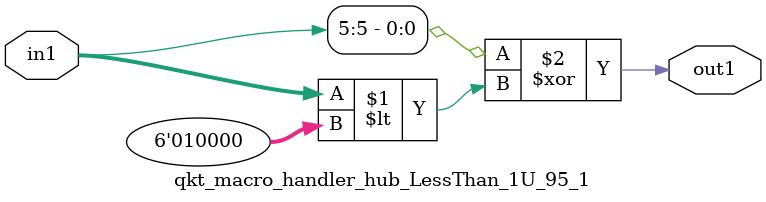
<source format=v>

`timescale 1ps / 1ps


module qkt_macro_handler_hub_LessThan_1U_95_1( in1, out1 );

    input [5:0] in1;
    output out1;

    
    // rtl_process:qkv_macro_handler_hub_LessThan_1U_11_1/qkv_macro_handler_hub_LessThan_1U_11_1_thread_1
    assign out1 = (in1[5] ^ in1 < 6'd16);

endmodule





</source>
